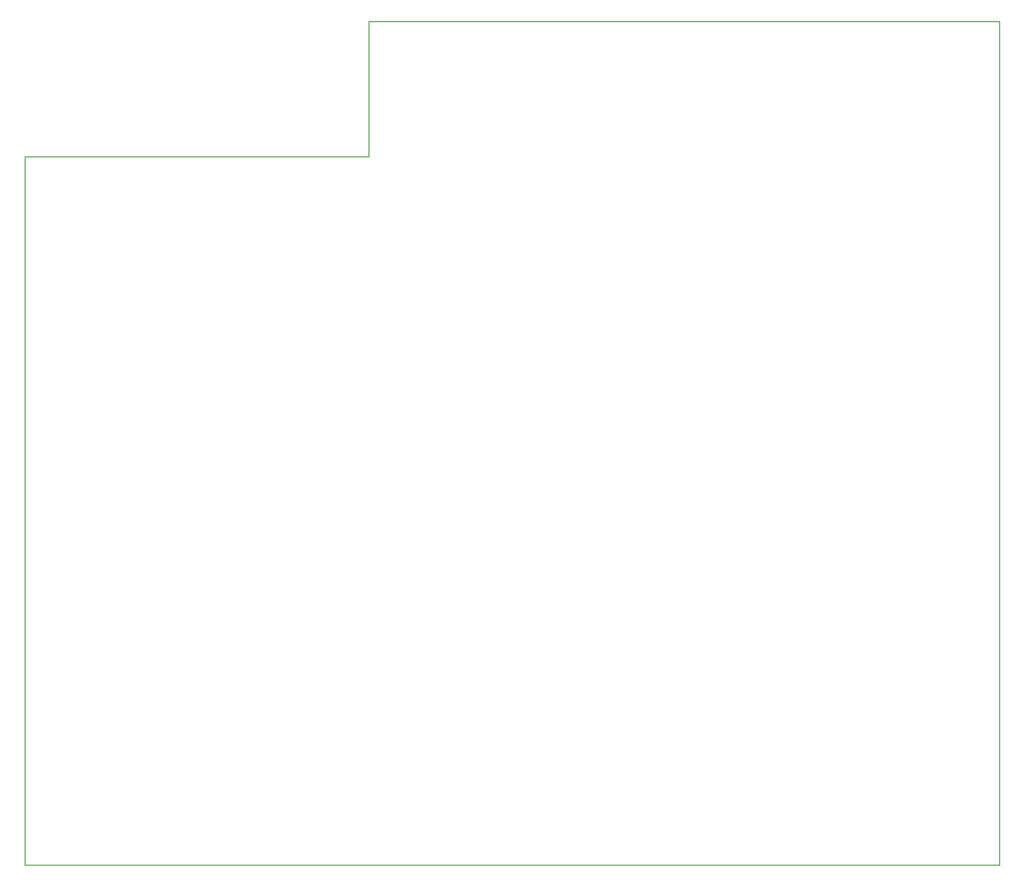
<source format=gbr>
%TF.GenerationSoftware,Altium Limited,Altium Designer,21.8.1 (53)*%
G04 Layer_Color=0*
%FSLAX43Y43*%
%MOMM*%
%TF.SameCoordinates,B19F3460-6A24-425D-A3EB-0114A067EE95*%
%TF.FilePolarity,Positive*%
%TF.FileFunction,Profile,NP*%
%TF.Part,Single*%
G01*
G75*
%TA.AperFunction,Profile*%
%ADD54C,0.025*%
D54*
X0Y0D02*
X97000D01*
Y84000D01*
X34180D01*
Y70500D01*
X0D01*
Y0D01*
%TF.MD5,2c455ce3c7b45e4bbcb1ba77a6cdd9c5*%
M02*

</source>
